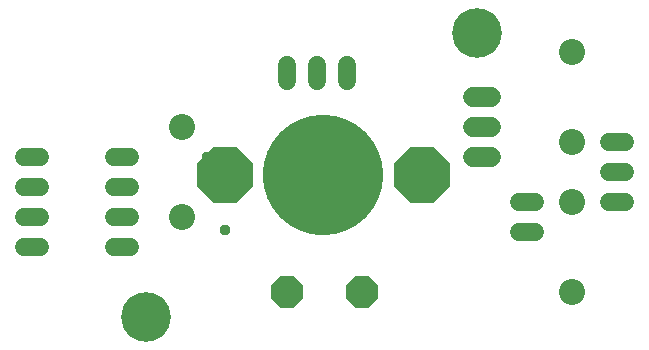
<source format=gbr>
G04 EAGLE Gerber RS-274X export*
G75*
%MOMM*%
%FSLAX34Y34*%
%LPD*%
%INSoldermask Bottom*%
%IPPOS*%
%AMOC8*
5,1,8,0,0,1.08239X$1,22.5*%
G01*
%ADD10C,10.203200*%
%ADD11C,1.524000*%
%ADD12C,1.727200*%
%ADD13P,5.090697X8X292.500000*%
%ADD14C,2.203200*%
%ADD15P,2.969212X8X22.500000*%
%ADD16C,0.959600*%
%ADD17C,4.203200*%


D10*
X310000Y150000D03*
D11*
X475996Y127000D02*
X489204Y127000D01*
X489204Y101600D02*
X475996Y101600D01*
X70104Y165100D02*
X56896Y165100D01*
X56896Y139700D02*
X70104Y139700D01*
X133096Y139700D02*
X146304Y139700D01*
X146304Y165100D02*
X133096Y165100D01*
X70104Y114300D02*
X56896Y114300D01*
X56896Y88900D02*
X70104Y88900D01*
X133096Y114300D02*
X146304Y114300D01*
X146304Y88900D02*
X133096Y88900D01*
D12*
X436880Y215900D02*
X452120Y215900D01*
X452120Y190500D02*
X436880Y190500D01*
X436880Y165100D02*
X452120Y165100D01*
D13*
X226500Y150000D03*
X393500Y150000D03*
D11*
X552196Y127000D02*
X565404Y127000D01*
X565404Y177800D02*
X552196Y177800D01*
X552196Y152400D02*
X565404Y152400D01*
X330200Y229996D02*
X330200Y243204D01*
X279400Y243204D02*
X279400Y229996D01*
X304800Y229996D02*
X304800Y243204D01*
D14*
X190500Y114300D03*
X190500Y190500D03*
X520700Y254000D03*
X520700Y177800D03*
X520700Y50800D03*
X520700Y127000D03*
D15*
X279400Y50800D03*
X342900Y50800D03*
D16*
X211400Y165100D03*
X226500Y103700D03*
D17*
X160000Y30000D03*
X440000Y270000D03*
M02*

</source>
